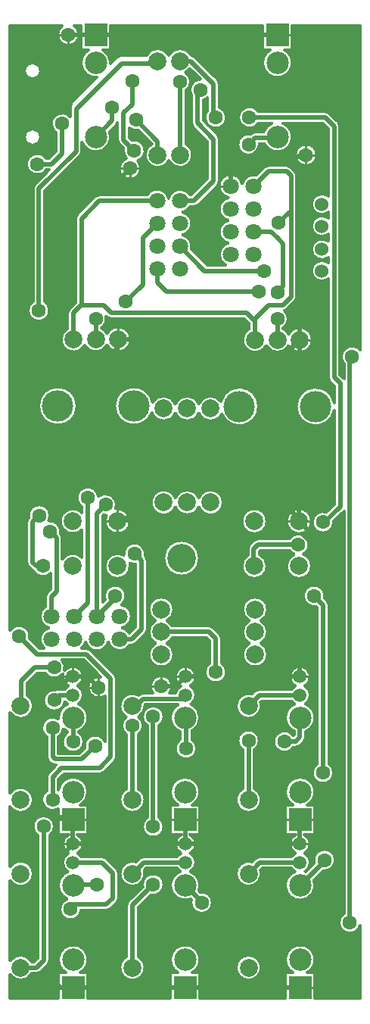
<source format=gbr>
G04 DesignSpark PCB Gerber Version 9.0 Build 5138 *
%FSLAX35Y35*%
%MOMM*%
%ADD72R,2.50000X2.50000*%
%ADD14C,0.25400*%
%ADD13C,0.30480*%
%ADD15C,0.50000*%
%ADD75C,1.50000*%
%ADD18C,1.52400*%
%ADD17C,1.60000*%
%ADD137C,1.80000*%
%ADD19C,2.00000*%
%ADD29C,2.50000*%
%ADD129C,3.20000*%
%ADD73C,3.50000*%
X0Y0D02*
D02*
D13*
X72740Y335950D02*
Y71120D01*
X611640*
Y357840*
X696090*
G75*
G02X777240Y667880I81150J144400*
G01*
G75*
G02X858390Y357840J-165640*
G01*
X942840*
Y71120*
X1864640*
Y357840*
X1949090*
G75*
G02X2030240Y667880I81150J144400*
G01*
G75*
G02X2111390Y357840J-165640*
G01*
X2195840*
Y71120*
X3151640*
Y357840*
X3236090*
G75*
G02X3317240Y667880I81150J144400*
G01*
G75*
G02X3398390Y357840J-165640*
G01*
X3482840*
Y71120*
X3989360*
Y886860*
G75*
G02X3752100Y917740I-116620J30880*
G01*
G75*
G02X3807100Y1018960I120640*
G01*
Y5516770*
X3692970Y5402640*
G75*
G02X3693380Y5392740I-120210J-9940*
G01*
G75*
G02X3452100I-120640*
G01*
G75*
G02X3611620Y5506940I120640*
G01*
X3699600Y5594930*
Y6643990*
G75*
G02X3272600Y6686740I-211360J42750*
G01*
G75*
G02X3699600Y6729490I215640*
G01*
Y6915550*
X3651330Y6963830*
G75*
G02X3632100Y7010240I46410J46420*
G01*
Y8110610*
G75*
G02X3443400Y8202740I-71860J92130*
G01*
G75*
G02X3632100Y8294870I116840*
G01*
Y8350610*
G75*
G02X3443400Y8442740I-71860J92130*
G01*
G75*
G02X3632100Y8534870I116840*
G01*
Y8610610*
G75*
G02X3443400Y8702740I-71860J92130*
G01*
G75*
G02X3632100Y8794870I116840*
G01*
Y8855610*
G75*
G02X3443400Y8947740I-71860J92130*
G01*
G75*
G02X3632100Y9039870I116840*
G01*
Y9790550*
X3570550Y9852100*
X3124590*
G75*
G02X3063240Y9532600I-61350J-153860*
G01*
G75*
G02X2914870Y9624600J165640*
G01*
X2860520*
G75*
G02X2860880Y9615240I-120300J-9310*
G01*
G75*
G02X2619600I-120640*
G01*
G75*
G02X2765400Y9733230I120640*
G01*
X2768830Y9736650*
G75*
G02X2815280Y9755880I46420J-46400*
G01*
X2907950*
G75*
G02X3001890Y9852100I155290J-57640*
G01*
X2848960*
G75*
G02X2627100Y9917740I-101220J65640*
G01*
G75*
G02X2848960Y9983380I120640*
G01*
X3597700*
G75*
G02X3644150Y9964150I30J-65630*
G01*
X3744150Y9864150*
G75*
G02X3763380Y9817740I-46410J-46420*
G01*
Y7037430*
X3807100Y6993710*
Y7163130*
G75*
G02X3777100Y7242740I90640J79610*
G01*
G75*
G02X3989360Y7321220I120640*
G01*
Y10942740*
X3228840*
Y10672640*
X3144390*
G75*
G02X3063240Y10362600I-81150J-144400*
G01*
G75*
G02X2982090Y10672640J165640*
G01*
X2897640*
Y10942740*
X1196840*
Y10672640*
X1112390*
G75*
G02X1196880Y10528240I-81150J-144400*
G01*
G75*
G02X1196650Y10519480I-165610J-30*
G01*
X1271330Y10594150*
G75*
G02X1317780Y10613380I46420J-46400*
G01*
X1598090*
G75*
G02X1847740Y10612700I124650J-65140*
G01*
G75*
G02X2097220Y10613690I125000J-64460*
G01*
G75*
G02X2138650Y10594650I-4990J-65450*
G01*
X2394150Y10339150*
G75*
G02X2413380Y10292740I-46410J-46420*
G01*
Y10031330*
G75*
G02X2493380Y9917740I-40640J-113590*
G01*
G75*
G02X2252100I-120640*
G01*
G75*
G02X2282100Y9997350I120640*
G01*
Y10134350*
G75*
G02X2233380Y10108540I-79350J90890*
G01*
Y9882430*
X2394150Y9721650*
G75*
G02X2413380Y9675240I-46410J-46420*
G01*
Y9202740*
G75*
G02X2394150Y9156330I-65640J10*
G01*
X2176650Y8938830*
G75*
G02X2130200Y8919600I-46420J46400*
G01*
X2086190*
G75*
G02X2003860Y8858240I-112950J65640*
G01*
G75*
G02Y8604240I-30620J-127000*
G01*
G75*
G02X2099520Y8443790I-30610J-126990*
G01*
X2274930Y8268380*
X2484350*
G75*
G02X2511120Y8512740I57390J117360*
G01*
G75*
G02Y8766740I30620J127000*
G01*
G75*
G02X2513670Y9021330I30620J127000*
G01*
G75*
G02X2409600Y9149240I26570J127910*
G01*
G75*
G02X2668150Y9175810I130640*
G01*
G75*
G02X2829190Y9274020I127580J-28060*
G01*
X2916830Y9361650*
G75*
G02X2963280Y9380880I46420J-46400*
G01*
X3165200*
G75*
G02X3211650Y9361650I30J-65630*
G01*
X3261650Y9311650*
G75*
G02X3280880Y9265240I-46410J-46420*
G01*
Y7913240*
G75*
G02X3261650Y7866830I-65640J10*
G01*
X3168650Y7773830*
G75*
G02X3141120Y7757370I-46430J46400*
G01*
G75*
G02X3128880Y7564020I-77880J-92130*
G01*
Y7556120*
G75*
G02X3188240Y7496200I-65630J-124380*
G01*
G75*
G02X3453880Y7431740I125000J-64460*
G01*
G75*
G02X3188240Y7367280I-140640*
G01*
G75*
G02X2938240I-125000J64460*
G01*
G75*
G02X2672600Y7431740I-125000J64460*
G01*
G75*
G02X2747600Y7556120I140640*
G01*
Y7612550*
X2695550Y7664600*
X1205280*
G75*
G02X1158830Y7683830I-30J65630*
G01*
X1148320Y7694330*
G75*
G02X1096880Y7564020I-117080J-29090*
G01*
Y7561120*
G75*
G02X1156240Y7501200I-65630J-124380*
G01*
G75*
G02X1421880Y7436740I125000J-64460*
G01*
G75*
G02X1156240Y7372280I-140640*
G01*
G75*
G02X906240I-125000J64460*
G01*
G75*
G02X640600Y7436740I-125000J64460*
G01*
G75*
G02X715600Y7561120I140640*
G01*
Y7731240*
G75*
G02X734830Y7777650I65640J-10*
G01*
X804600Y7847430*
Y8785240*
G75*
G02X823830Y8831650I65640J-10*
G01*
X1025330Y9033150*
G75*
G02X1071780Y9052380I46420J-46400*
G01*
X1604790*
G75*
G02X1845650Y9013310I112950J-65640*
G01*
G75*
G02X2086190Y9050880I127590J-28070*
G01*
X2103050*
X2282100Y9229930*
Y9648050*
X2121330Y9808830*
G75*
G02X2102100Y9855240I46410J46420*
G01*
Y10158680*
G75*
G02X2201760Y10345900I100640J66560*
G01*
X2084620Y10463030*
G75*
G02X2034020Y10421650I-111900J85210*
G01*
G75*
G02X2038380Y10216520I-61280J-103910*
G01*
Y9622620*
G75*
G02X1972740Y9357600I-65640J-124380*
G01*
G75*
G02X1847740Y9433780J140640*
G01*
G75*
G02X1582100Y9498240I-125000J64460*
G01*
G75*
G02X1657100Y9622620I140640*
G01*
Y9623050*
X1505400Y9774750*
G75*
G02X1405880Y9797740I-25160J117990*
G01*
Y9692430*
X1435080Y9663230*
G75*
G02X1499790Y9431270I25160J-117990*
G01*
G75*
G02X1533380Y9347740I-87050J-83530*
G01*
G75*
G02X1292100I-120640*
G01*
G75*
G02X1373190Y9461710I120640*
G01*
G75*
G02X1342250Y9570400I87070J83530*
G01*
X1293830Y9618830*
G75*
G02X1274600Y9665240I46410J46420*
G01*
Y9857790*
G75*
G02X1259150Y9833330I-61860J21970*
G01*
X1185190Y9759360*
G75*
G02X1031240Y9532600I-153950J-61120*
G01*
G75*
G02X875880Y9640800J165640*
G01*
Y9537740*
G75*
G02X856650Y9491330I-65640J10*
G01*
X458380Y9093050*
Y7861460*
G75*
G02X513380Y7760240I-65640J-101220*
G01*
G75*
G02X272100I-120640*
G01*
G75*
G02X327100Y7861460I120640*
G01*
Y9120240*
G75*
G02X346330Y9166650I65640J-10*
G01*
X509270Y9329600*
X476460*
G75*
G02X254600Y9395240I-101220J65640*
G01*
G75*
G02X476460Y9460880I120640*
G01*
X508050*
X587100Y9539930*
Y9746520*
G75*
G02X532100Y9847740I65640J101220*
G01*
G75*
G02X744600Y9925940I120640*
G01*
Y10040240*
G75*
G02X763830Y10086650I65640J-10*
G01*
X1040000Y10362830*
G75*
G02X1031240Y10362600I-8730J165380*
G01*
G75*
G02X950090Y10672640J165640*
G01*
X865640*
Y10942740*
X790220*
G75*
G02X843380Y10842740I-67480J-100000*
G01*
G75*
G02X602100I-120640*
G01*
G75*
G02X655260Y10942740I120640*
G01*
X72740*
Y4185220*
G75*
G02X290730Y4092580I100000J-67500*
G01*
X399930Y3983380*
X453320*
G75*
G02X505120Y4211740I82420J101360*
G01*
G75*
G02X470100Y4451690I30620J127000*
G01*
Y4560740*
G75*
G02X489330Y4607150I65640J-10*
G01*
X524600Y4642430*
Y4817990*
G75*
G02X335060Y4843760I-84860J85750*
G01*
G75*
G02X315330Y4857330I26710J59960*
G01*
X276330Y4896330*
G75*
G02X257100Y4942740I46410J46420*
G01*
Y5392740*
G75*
G02X276330Y5439150I65640J-10*
G01*
X279750Y5442580*
G75*
G02X277100Y5467740I118010J25150*
G01*
G75*
G02X518380I120640*
G01*
G75*
G02X503850Y5410340I-120640*
G01*
G75*
G02X633230Y5265080I11370J-120120*
G01*
X636650Y5261650*
G75*
G02X655880Y5215240I-46410J-46420*
G01*
Y4981240*
G75*
G02X874600Y5001240I117360J-77500*
G01*
Y5306240*
G75*
G02X632600Y5403740I-101360J97500*
G01*
G75*
G02X874600Y5501240I140640*
G01*
Y5564020*
G75*
G02X819600Y5665240I65640J101220*
G01*
G75*
G02X1059940Y5680270I120640*
G01*
G75*
G02X1251090Y5542620I80290J-90040*
G01*
G75*
G02X1413880Y5403740I22150J-138880*
G01*
G75*
G02X1132600I-140640*
G01*
G75*
G02X1149150Y5469930I140640*
G01*
G75*
G02X1115080Y5472250I-8920J120320*
G01*
X1109380Y5466550*
Y4497210*
X1135550Y4523380*
G75*
G02X1127100Y4567740I112200J44360*
G01*
G75*
G02X1368380I120640*
G01*
G75*
G02X1317830Y4469550I-120640*
G01*
G75*
G02X1325810Y4212330I-18590J-129310*
G01*
G75*
G02X1409520Y4152350I-28070J-127580*
G01*
X1474600Y4217430*
Y4919960*
G75*
G02X1410900Y4932530I-9350J120280*
G01*
G75*
G02X1413880Y4903740I-137670J-28800*
G01*
G75*
G02X1132600I-140640*
G01*
G75*
G02X1345660Y5024300I140640*
G01*
G75*
G02X1344600Y5040240I119610J15960*
G01*
G75*
G02X1585880I120640*
G01*
G75*
G02X1583230Y5015080I-120660J-10*
G01*
X1586650Y5011650*
G75*
G02X1605880Y4965240I-46410J-46420*
G01*
Y4190240*
G75*
G02X1586650Y4143830I-65640J10*
G01*
X1481150Y4038330*
G75*
G02X1434700Y4019100I-46420J46400*
G01*
X1410690*
G75*
G02X1170740Y4054120I-112950J65640*
G01*
G75*
G02X916740I-127000J30620*
G01*
G75*
G02X872160Y3983380I-127010J30620*
G01*
X922700*
G75*
G02X969150Y3964150I30J-65630*
G01*
X1244150Y3689150*
G75*
G02X1263380Y3642740I-46410J-46420*
G01*
Y2767740*
G75*
G02X1244150Y2721330I-65640J10*
G01*
X1119150Y2596330*
G75*
G02X1072700Y2577100I-46420J46400*
G01*
X674930*
X613380Y2515550*
Y2401460*
G75*
G02X942880Y2377240I163860J-24220*
G01*
G75*
G02X858390Y2232840I-165640*
G01*
X942840*
Y1901640*
X820530*
G75*
G02X827510Y1692090I-45280J-106400*
G01*
G75*
G02X870450Y1654570I-52280J-103160*
G01*
X1101510*
G75*
G02X1147960Y1635340I30J-65630*
G01*
X1269150Y1514150*
G75*
G02X1288380Y1467740I-46410J-46420*
G01*
Y1192740*
G75*
G02X1269150Y1146330I-65640J10*
G01*
X1194150Y1071330*
G75*
G02X1147700Y1052100I-46420J46400*
G01*
X867360*
G75*
G02X627100Y1067740I-119620J15640*
G01*
G75*
G02X708150Y1181700I120640*
G01*
G75*
G02X719630Y1487540I69090J150540*
G01*
G75*
G02X722970Y1692090I55610J101390*
G01*
G75*
G02X729940Y1901640I52270J103150*
G01*
X611640*
Y2190410*
G75*
G02X482100Y2393960I-63900J102330*
G01*
Y2542740*
G75*
G02X501330Y2589150I65640J-10*
G01*
X589270Y2677100*
X572780*
G75*
G02X526330Y2696330I-30J65630*
G01*
X501330Y2721330*
G75*
G02X482100Y2767740I46410J46420*
G01*
Y2991520*
G75*
G02X612070Y3194800I65640J101220*
G01*
G75*
G02X611600Y3207240I165180J12470*
G01*
G75*
G02X714490Y3360530I165640*
G01*
G75*
G02X684830Y3386830I60760J98390*
G01*
G75*
G02X444600Y3402740I-119590J15910*
G01*
G75*
G02X595930Y3519410I120640*
G01*
G75*
G02X621470Y3524570I25510J-60460*
G01*
X680040*
G75*
G02X722970Y3562090I95210J-65620*
G01*
G75*
G02X664850Y3699680I52270J103150*
G01*
G75*
G02X464020Y3702100I-99610J68060*
G01*
X374930*
X263380Y3590550*
Y3458370*
G75*
G02X190240Y3197600I-73140J-120130*
G01*
G75*
G02X72740Y3260950J140640*
G01*
Y2365530*
G75*
G02X330880Y2288240I117500J-77290*
G01*
G75*
G02X72740Y2210950I-140640*
G01*
Y1540530*
G75*
G02X330880Y1463240I117500J-77290*
G01*
G75*
G02X72740Y1385950I-140640*
G01*
Y490530*
G75*
G02X314620Y478880I117500J-77290*
G01*
X341050*
X382100Y519930*
Y1889020*
G75*
G02X327100Y1990240I65640J101220*
G01*
G75*
G02X568380I120640*
G01*
G75*
G02X513380Y1889020I-120640*
G01*
Y492740*
G75*
G02X494150Y446330I-65640J10*
G01*
X414650Y366830*
G75*
G02X368200Y347600I-46420J46400*
G01*
X314620*
G75*
G02X72740Y335950I-124380J65640*
G01*
X3164600Y5403740D02*
G75*
G02X3445880I140640D01*
G01*
G75*
G02X3305930Y5263100I-140640*
G01*
G75*
G02X3353590Y5035810I-8190J-120360*
G01*
G75*
G02X3445880Y4903740I-48350J-132070*
G01*
G75*
G02X3164600I-140640*
G01*
G75*
G02X3248700Y5032520I140640*
G01*
G75*
G02X3196520Y5077100I49030J110220*
G01*
X2874930*
X2863380Y5065550*
Y5031800*
G75*
G02X2945880Y4903740I-58140J-128060*
G01*
G75*
G02X2664600I-140640*
G01*
G75*
G02X2732100Y5023870I140640*
G01*
Y5092740*
G75*
G02X2751330Y5139150I65640J-10*
G01*
X2801330Y5189150*
G75*
G02X2847780Y5208380I46420J-46400*
G01*
X3196520*
G75*
G02X3296480Y5263370I101220J-65650*
G01*
G75*
G02X3164600Y5403740I8760J140370*
G01*
X3377550Y3361510D02*
G75*
G02X3380880Y3054310I-60310J-154270D01*
G01*
Y2990240*
G75*
G02X3361650Y2943830I-65640J10*
G01*
X3311650Y2893830*
G75*
G02X3265200Y2874600I-46420J46400*
G01*
X3241460*
G75*
G02X3019600Y2940240I-101220J65640*
G01*
G75*
G02X3240100Y3007930I120640*
G01*
X3249600Y3017430*
Y3056040*
G75*
G02X3254490Y3360530I67640J151200*
G01*
G75*
G02X3220040Y3393290I60760J98390*
G01*
X2888120*
X2874610Y3379780*
G75*
G02X2740240Y3197600I-134370J-41540*
G01*
G75*
G02X2599600Y3338240J140640*
G01*
G75*
G02X2781780Y3472610I140650J-10*
G01*
X2814520Y3505340*
G75*
G02X2860970Y3524570I46420J-46400*
G01*
X3220040*
G75*
G02X3262970Y3562090I95210J-65620*
G01*
G75*
G02X3315240Y3780880I52270J103150*
G01*
G75*
G02X3367510Y3562090I10J-115640*
G01*
G75*
G02X3377550Y3361510I-52270J-103160*
G01*
X3638380Y2693960D02*
G75*
G02X3693380Y2592740I-65640J-101220D01*
G01*
G75*
G02X3452100I-120640*
G01*
G75*
G02X3507100Y2693960I120640*
G01*
Y4440550*
X3497900Y4449750*
G75*
G02X3352100Y4567740I-25160J117990*
G01*
G75*
G02X3593380I120640*
G01*
G75*
G02X3590730Y4542580I-120660J-10*
G01*
X3619150Y4514150*
G75*
G02X3638380Y4467740I-46410J-46420*
G01*
Y2693960*
X3469600Y1615240D02*
G75*
G02X3710880I120640D01*
G01*
G75*
G02X3573580Y1495760I-120640*
G01*
X3471190Y1393360*
G75*
G02X3317240Y1166600I-153950J-61120*
G01*
G75*
G02X3259630Y1487540J165640*
G01*
G75*
G02X3220040Y1523290I55610J101380*
G01*
X2893120*
X2874610Y1504780*
G75*
G02X2740240Y1322600I-134370J-41540*
G01*
G75*
G02X2599600Y1463240J140640*
G01*
G75*
G02X2781780Y1597610I140650J-10*
G01*
X2819520Y1635340*
G75*
G02X2865970Y1654570I46420J-46400*
G01*
X3220040*
G75*
G02X3262970Y1692090I95210J-65620*
G01*
G75*
G02X3269940Y1901640I52270J103150*
G01*
X3151640*
Y2232840*
X3236090*
G75*
G02X3317240Y2542880I81150J144400*
G01*
G75*
G02X3398390Y2232840J-165640*
G01*
X3482840*
Y1901640*
X3360540*
G75*
G02X3367500Y1692090I-45300J-106400*
G01*
G75*
G02X3372420Y1488420I-52260J-103160*
G01*
G75*
G02X3378360Y1486190I-55260J-156220*
G01*
X3474250Y1582080*
G75*
G02X3469600Y1615240I115980J33170*
G01*
X2805880Y2412620D02*
G75*
G02X2740240Y2147600I-65640J-124380D01*
G01*
G75*
G02X2674600Y2412620J140640*
G01*
Y2848520*
G75*
G02X2619600Y2949740I65640J101220*
G01*
G75*
G02X2860880I120640*
G01*
G75*
G02X2805880Y2848520I-120640*
G01*
Y2412620*
X2672600Y4415240D02*
G75*
G02X2953880I140640D01*
G01*
G75*
G02X2877700Y4290240I-140640*
G01*
G75*
G02Y4040240I-64460J-125000*
G01*
G75*
G02X2953880Y3915240I-64460J-125000*
G01*
G75*
G02X2672600I-140640*
G01*
G75*
G02X2748780Y4040240I140640*
G01*
G75*
G02Y4290240I64460J125000*
G01*
G75*
G02X2672600Y4415240I64460J125000*
G01*
X2430350Y6744040D02*
G75*
G02X2853880Y6686740I207890J-57300D01*
G01*
G75*
G02X2440840Y6599950I-215640*
G01*
G75*
G02X2183990Y6612710I-125600J63290*
G01*
G75*
G02X1921490I-131250J50530*
G01*
G75*
G02X1657950Y6615500I-131250J50530*
G01*
G75*
G02X1240600Y6691740I-201710J76240*
G01*
G75*
G02X1667950Y6732710I215640*
G01*
G75*
G02X1921490Y6713770I122290J-69470*
G01*
G75*
G02X2183990I131250J-50530*
G01*
G75*
G02X2430350Y6744040I131250J-50530*
G01*
X2740240Y553880D02*
G75*
G02X2880880Y413240J-140640D01*
G01*
G75*
G02X2740240Y272600I-140640*
G01*
G75*
G02X2599600Y413240J140640*
G01*
G75*
G02X2740240Y553880I140640*
G01*
X2664600Y5403740D02*
G75*
G02X2945880I140640D01*
G01*
G75*
G02X2664600I-140640*
G01*
X2438380Y3818960D02*
G75*
G02X2493380Y3717740I-65640J-101220D01*
G01*
G75*
G02X2252100I-120640*
G01*
G75*
G02X2307100Y3818960I120640*
G01*
Y4065550*
X2270550Y4102100*
X1888910*
G75*
G02X1827700Y4040240I-125670J63140*
G01*
G75*
G02X1903880Y3915240I-64460J-125000*
G01*
G75*
G02X1622600I-140640*
G01*
G75*
G02X1698780Y4040240I140640*
G01*
G75*
G02Y4290240I64460J125000*
G01*
G75*
G02X1622600Y4415240I64460J125000*
G01*
G75*
G02X1903880I140640*
G01*
G75*
G02X1827700Y4290240I-140640*
G01*
G75*
G02X1886270Y4233380I-64460J-124990*
G01*
X2297700*
G75*
G02X2344150Y4214150I30J-65630*
G01*
X2419150Y4139150*
G75*
G02X2438380Y4092740I-46410J-46420*
G01*
Y3818960*
X2094770Y3359790D02*
G75*
G02X2105880Y3059880I-64530J-152550D01*
G01*
Y2966460*
G75*
G02X2160880Y2865240I-65640J-101220*
G01*
G75*
G02X1919600I-120640*
G01*
G75*
G02X1974600Y2966460I120640*
G01*
Y3051220*
G75*
G02X1949910Y3352100I55640J156020*
G01*
X1588120*
X1580730Y3344710*
G75*
G02X1510040Y3216140I-140490J-6470*
G01*
G75*
G02X1505880Y3016520I-69800J-98400*
G01*
Y2412620*
G75*
G02X1440240Y2147600I-65640J-124380*
G01*
G75*
G02X1374600Y2412620J140640*
G01*
Y3016520*
G75*
G02X1370450Y3216140I65640J101220*
G01*
G75*
G02X1440240Y3478880I69790J122100*
G01*
G75*
G02X1510460Y3460100I10J-140650*
G01*
X1514520Y3464150*
G75*
G02X1560970Y3483380I46420J-46400*
G01*
X1667740*
G75*
G02X1642100Y3557740I95000J74360*
G01*
G75*
G02X1883380I120640*
G01*
G75*
G02X1857740Y3483380I-120640*
G01*
X1922210*
G75*
G02X1982970Y3562090I113030J-24450*
G01*
G75*
G02X2035240Y3780880I52270J103150*
G01*
G75*
G02X2087510Y3562090I10J-115640*
G01*
G75*
G02X2094770Y3359790I-52270J-103160*
G01*
X2195980Y1259330D02*
G75*
G02X2335880Y1140240I19260J-119090D01*
G01*
G75*
G02X2094600I-120640*
G01*
G75*
G02X2098600Y1171050I120640*
G01*
X2091360Y1178290*
G75*
G02X1864600Y1332240I-61120J153950*
G01*
G75*
G02X1976930Y1489070I165640*
G01*
G75*
G02X1940040Y1523290I58310J99850*
G01*
X1593120*
X1574610Y1504780*
G75*
G02X1440240Y1322600I-134370J-41540*
G01*
G75*
G02X1299600Y1463240J140640*
G01*
G75*
G02X1481780Y1597610I140650J-10*
G01*
X1519520Y1635340*
G75*
G02X1565970Y1654570I46420J-46400*
G01*
X1940040*
G75*
G02X1982970Y1692090I95210J-65620*
G01*
G75*
G02X1989940Y1901640I52270J103150*
G01*
X1864640*
Y2232840*
X1949090*
G75*
G02X2030240Y2542880I81150J144400*
G01*
G75*
G02X2111390Y2232840J-165640*
G01*
X2195840*
Y1901640*
X2080540*
G75*
G02X2087500Y1692090I-45300J-106400*
G01*
G75*
G02X2089620Y1486870I-52260J-103160*
G01*
G75*
G02X2184190Y1271120I-59380J-154630*
G01*
X2195980Y1259330*
X1552100Y1342740D02*
G75*
G02X1793380I120640D01*
G01*
G75*
G02X1647580Y1224750I-120640*
G01*
X1505880Y1083050*
Y537620*
G75*
G02X1440240Y272600I-65640J-124380*
G01*
G75*
G02X1374600Y537620J140640*
G01*
Y1110240*
G75*
G02X1393830Y1156650I65640J-10*
G01*
X1554750Y1317580*
G75*
G02X1552100Y1342740I118010J25150*
G01*
Y3217740D02*
G75*
G02X1793380I120640D01*
G01*
G75*
G02X1738380Y3116520I-120640*
G01*
Y2091460*
G75*
G02X1793380Y1990240I-65640J-101220*
G01*
G75*
G02X1552100I-120640*
G01*
G75*
G02X1607100Y2091460I120640*
G01*
Y3116520*
G75*
G02X1552100Y3217740I65640J101220*
G01*
X2183990Y5663770D02*
G75*
G02X2455880Y5613240I131250J-50530D01*
G01*
G75*
G02X2183990Y5562710I-140640*
G01*
G75*
G02X1921490I-131250J50530*
G01*
G75*
G02X1649600Y5613240I-131250J50530*
G01*
G75*
G02X1921490Y5663770I140640*
G01*
G75*
G02X2183990I131250J-50530*
G01*
X1789600Y4990240D02*
G75*
G02X2190880I200640D01*
G01*
G75*
G02X1789600I-200640*
G01*
X390600Y6691740D02*
G75*
G02X821880I215640D01*
G01*
G75*
G02X390600I-215640*
G01*
X232100Y9697740D02*
G75*
G02X413380I90640D01*
G01*
G75*
G02X232100I-90640*
G01*
Y10437740D02*
G75*
G02X413380I90640D01*
G01*
G75*
G02X232100I-90640*
G01*
X3262100Y9497740D02*
G75*
G02X3503380I120640D01*
G01*
G75*
G02X3262100I-120640*
G01*
X87980Y316680D02*
G36*
Y86360D01*
X611640*
Y357840*
X696090*
G75*
G02X637540Y413240I81150J144410*
G01*
X461060*
X414650Y366830*
G75*
G02X368200Y347600I-46410J46390*
G01*
X314620*
G75*
G02X87980Y316680I-124380J65630*
G01*
G37*
X916940Y413240D02*
G36*
G75*
G02X858390Y357840I-139700J89010D01*
G01*
X942840*
Y86360*
X1864640*
Y357840*
X1949090*
G75*
G02X1890540Y413240I81150J144410*
G01*
X1580870*
G75*
G02X1440240Y272600I-140630*
G01*
G75*
G02X1299610Y413240J140640*
G01*
X916940*
G37*
X2169940D02*
G36*
G75*
G02X2111390Y357840I-139700J89010D01*
G01*
X2195840*
Y86360*
X3151640*
Y357840*
X3236090*
G75*
G02X3177540Y413240I81150J144410*
G01*
X2880880*
G75*
G02Y413230I-190990*
G01*
G75*
G02X2740240Y272600I-140640*
G01*
G75*
G02X2599600Y413230J140630*
G01*
G75*
G02Y413240I190990J10*
G01*
X2169940*
G37*
X3456940D02*
G36*
G75*
G02X3398390Y357840I-139700J89010D01*
G01*
X3482840*
Y86360*
X3974120*
Y413240*
X3456940*
G37*
X87980Y1366690D02*
G36*
Y509800D01*
G75*
G02X314620Y478880I102260J-96550*
G01*
X341050*
X382100Y519930*
Y1854740*
X87980*
Y1559790*
G75*
G02X330880Y1463240I102260J-96550*
G01*
G75*
G02X87980Y1366690I-140640*
G01*
G37*
X494150Y446330D02*
G36*
X461060Y413240D01*
X637540*
G75*
G02X611600Y502240I139700J89000*
G01*
G75*
G02X777240Y667880I165640*
G01*
G75*
G02X942880Y502240J-165640*
G01*
G75*
G02X916940Y413240I-165640*
G01*
X1299610*
G75*
G02X1374600Y537620I140640*
G01*
Y1110240*
G75*
G02X1393830Y1156650I65630J-10*
G01*
X1554750Y1317580*
G75*
G02X1552100Y1342660I117350J25080*
G01*
G75*
G02Y1342740I117530J40*
G01*
G75*
G02X1793380I120640*
G01*
G75*
G02X1647580Y1224750I-120640*
G01*
X1505880Y1083050*
Y537620*
G75*
G02X1580870Y413240I-65650J-124380*
G01*
X1890540*
G75*
G02X1864600Y502240I139700J89000*
G01*
G75*
G02X2030240Y667880I165640*
G01*
G75*
G02X2195880Y502240J-165640*
G01*
G75*
G02X2169940Y413240I-165640*
G01*
X2599600*
G75*
G02Y413250I190990J10*
G01*
G75*
G02X2740240Y553880I140640*
G01*
G75*
G02X2880880Y413250J-140630*
G01*
G75*
G02Y413240I-190990*
G01*
X3177540*
G75*
G02X3151600Y502240I139700J89000*
G01*
G75*
G02X3317240Y667880I165640*
G01*
G75*
G02X3482880Y502240J-165640*
G01*
G75*
G02X3456940Y413240I-165640*
G01*
X3974120*
Y852350*
G75*
G02X3752100Y917740I-101380J65390*
G01*
G75*
G02X3807100Y1018960I120650*
G01*
Y1854740*
X3414390*
G75*
G02X3430870Y1795240I-99170J-59500*
G01*
G75*
G02X3367500Y1692090I-115640*
G01*
G75*
G02X3430870Y1588930I-52280J-103160*
G01*
G75*
G02X3372420Y1488420I-115640*
G01*
G75*
G02X3378360Y1486190I-62750J-176170*
G01*
X3474250Y1582080*
G75*
G02X3469600Y1615240I116140J33190*
G01*
G75*
G02X3710880I120640*
G01*
G75*
G02X3573580Y1495760I-120640*
G01*
X3471190Y1393360*
G75*
G02X3482880Y1332240I-153950J-61120*
G01*
G75*
G02X3317240Y1166600I-165640*
G01*
G75*
G02X3151600Y1332240J165640*
G01*
G75*
G02X3259630Y1487540I165640*
G01*
G75*
G02X3220040Y1523290I55670J101450*
G01*
X2893120*
X2874610Y1504780*
G75*
G02X2880890Y1463240I-134370J-41560*
G01*
G75*
G02X2740240Y1322600I-140650*
G01*
G75*
G02X2599600Y1463230J140630*
G01*
G75*
G02Y1463240I190990J10*
G01*
G75*
G02X2781780Y1597610I140650J-10*
G01*
X2819520Y1635340*
G75*
G02X2865970Y1654570I46410J-46390*
G01*
X3220040*
G75*
G02X3262970Y1692090I95220J-65630*
G01*
G75*
G02X3199600Y1795240I52260J103150*
G01*
G75*
G02X3216080Y1854740I115640*
G01*
X2134390*
G75*
G02X2150870Y1795240I-99170J-59500*
G01*
G75*
G02X2087500Y1692090I-115640*
G01*
G75*
G02X2150890Y1588930I-52250J-103160*
G01*
G75*
G02X2089620Y1486870I-115640*
G01*
G75*
G02X2195880Y1332240I-59390J-154640*
G01*
G75*
G02X2184190Y1271120I-165670J10*
G01*
X2195980Y1259330*
G75*
G02X2335880Y1140240I19260J-119090*
G01*
G75*
G02X2094600I-120640*
G01*
G75*
G02Y1140300I132220J30*
G01*
G75*
G02X2098600Y1171050I120220*
G01*
X2091360Y1178290*
G75*
G02X1864600Y1332240I-61120J153950*
G01*
G75*
G02X1976930Y1489070I165660J-10*
G01*
G75*
G02X1940040Y1523290I58310J99860*
G01*
X1593120*
X1574610Y1504780*
G75*
G02X1580890Y1463240I-134370J-41560*
G01*
G75*
G02X1440240Y1322600I-140650*
G01*
G75*
G02X1299600Y1463230J140630*
G01*
G75*
G02Y1463240I190990J10*
G01*
G75*
G02X1481780Y1597610I140650J-10*
G01*
X1519520Y1635340*
G75*
G02X1565970Y1654570I46410J-46390*
G01*
X1940040*
G75*
G02X1982970Y1692090I95220J-65630*
G01*
G75*
G02X1919600Y1795240I52260J103150*
G01*
G75*
G02X1936080Y1854740I115640*
G01*
X874400*
G75*
G02X890880Y1795240I-99160J-59500*
G01*
G75*
G02X827510Y1692090I-115630*
G01*
G75*
G02X870450Y1654570I-52230J-103100*
G01*
X1101510*
G75*
G02X1147960Y1635340I40J-65620*
G01*
X1269150Y1514150*
G75*
G02X1288380Y1467740I-46400J-46420*
G01*
Y1192740*
G75*
G02X1269150Y1146330I-65630J10*
G01*
X1194150Y1071330*
G75*
G02X1147700Y1052100I-46410J46390*
G01*
X867360*
G75*
G02X627100Y1067740I-119620J15650*
G01*
G75*
G02X708150Y1181700I120650J-10*
G01*
G75*
G02X611600Y1332240I69090J150540*
G01*
G75*
G02X719630Y1487540I165650*
G01*
G75*
G02X659590Y1588930I55600J101400*
G01*
G75*
G02X722970Y1692090I115650*
G01*
G75*
G02X659600Y1795240I52260J103150*
G01*
G75*
G02X676080Y1854740I115640*
G01*
X513380*
Y492740*
G75*
G02X494150Y446330I-65630J10*
G01*
G37*
X87980Y2191690D02*
G36*
Y1854740D01*
X382100*
Y1889020*
G75*
G02X327100Y1990240I65650J101220*
G01*
G75*
G02X568380I120640*
G01*
G75*
G02X513380Y1889020I-120650*
G01*
Y1854740*
X676080*
G75*
G02X729940Y1901640I99160J-59490*
G01*
X611640*
Y2190410*
G75*
G02X427100Y2292740I-63900J102330*
G01*
G75*
G02X482100Y2393960I120640*
G01*
Y2542740*
G75*
G02X501330Y2589150I65630J-10*
G01*
X521170Y2608990*
X87980*
Y2384790*
G75*
G02X330880Y2288240I102260J-96550*
G01*
G75*
G02X87980Y2191690I-140640*
G01*
G37*
X613380Y2515550D02*
G36*
Y2401460D01*
G75*
G02X942880Y2377240I163860J-24230*
G01*
G75*
G02Y2377230I-143240*
G01*
G75*
G02X858390Y2232840I-165620*
G01*
X942840*
Y1901640*
X820530*
G75*
G02X874400Y1854740I-45280J-106400*
G01*
X1936080*
G75*
G02X1989940Y1901640I99160J-59490*
G01*
X1864640*
Y2232840*
X1949090*
G75*
G02X1864600Y2377240I81150J144400*
G01*
G75*
G02X2030240Y2542880I165640*
G01*
G75*
G02X2195880Y2377240J-165640*
G01*
G75*
G02X2111390Y2232840I-165640*
G01*
X2195840*
Y1901640*
X2080540*
G75*
G02X2134390Y1854740I-45310J-106390*
G01*
X3216080*
G75*
G02X3269940Y1901640I99160J-59490*
G01*
X3151640*
Y2232840*
X3236090*
G75*
G02X3151600Y2377240I81150J144400*
G01*
G75*
G02X3317240Y2542880I165640*
G01*
G75*
G02X3482880Y2377240J-165640*
G01*
G75*
G02X3398390Y2232840I-165640*
G01*
X3482840*
Y1901640*
X3360540*
G75*
G02X3414390Y1854740I-45310J-106390*
G01*
X3807100*
Y2608990*
X3692280*
G75*
G02X3693380Y2592740I-119560J-16260*
G01*
G75*
G02X3452100I-120640*
G01*
G75*
G02X3453200Y2608990I120660J-10*
G01*
X2805880*
Y2412620*
G75*
G02X2880870Y2288240I-65650J-124380*
G01*
G75*
G02X2740240Y2147600I-140630*
G01*
G75*
G02X2599610Y2288240J140640*
G01*
G75*
G02X2674600Y2412620I140640*
G01*
Y2608990*
X1738380*
Y2091460*
G75*
G02X1793380Y1990240I-65650J-101220*
G01*
G75*
G02X1552100I-120640*
G01*
G75*
G02X1607100Y2091460I120650*
G01*
Y2608990*
X1505880*
Y2412620*
G75*
G02X1580870Y2288240I-65650J-124380*
G01*
G75*
G02X1440240Y2147600I-140630*
G01*
G75*
G02X1299610Y2288240J140640*
G01*
G75*
G02X1374600Y2412620I140640*
G01*
Y2608990*
X1131810*
X1119150Y2596330*
G75*
G02X1072700Y2577100I-46410J46390*
G01*
X674930*
X613380Y2515550*
G37*
X87980Y3241690D02*
G36*
Y2608990D01*
X521170*
X589270Y2677100*
X572780*
G75*
G02X526330Y2696330I-40J65620*
G01*
X501330Y2721330*
G75*
G02X482100Y2767740I46400J46420*
G01*
Y2991520*
G75*
G02X427100Y3092740I65640J101220*
G01*
G75*
G02X612070Y3194800I120640*
G01*
G75*
G02X611600Y3207240I167630J12560*
G01*
G75*
G02X640180Y3300240I165650J-10*
G01*
X628870*
G75*
G02X501610I-63630J102500*
G01*
X325650*
G75*
G02X190240Y3197600I-135410J38000*
G01*
G75*
G02X87980Y3241690I10J140650*
G01*
G37*
X1244150Y2721330D02*
G36*
X1131810Y2608990D01*
X1374600*
Y3016520*
G75*
G02X1319600Y3117740I65650J101220*
G01*
G75*
G02X1370450Y3216140I120640J-10*
G01*
G75*
G02X1304830Y3300240I69790J122100*
G01*
X1263380*
Y2767740*
G75*
G02X1244150Y2721330I-65630J10*
G01*
G37*
X1505880Y3016520D02*
G36*
Y2608990D01*
X1607100*
Y3116520*
G75*
G02X1552100Y3217740I65650J101220*
G01*
G75*
G02X1584720Y3300240I120640*
G01*
X1575650*
G75*
G02X1510040Y3216140I-135420J38000*
G01*
G75*
G02X1560890Y3117740I-69790J-98400*
G01*
G75*
G02X1505880Y3016520I-120640*
G01*
G37*
X1738380Y3116520D02*
G36*
Y2608990D01*
X2674600*
Y2848520*
G75*
G02X2619600Y2949740I65650J101220*
G01*
G75*
G02X2860880I120640*
G01*
G75*
G02X2805880Y2848520I-120650*
G01*
Y2608990*
X3453200*
G75*
G02X3507100Y2693960I119550J-16260*
G01*
Y3300240*
X3454310*
G75*
G02X3482880Y3207240I-137070J-93000*
G01*
G75*
G02X3380880Y3054310I-165650*
G01*
Y2990240*
G75*
G02X3361650Y2943830I-65630J10*
G01*
X3311650Y2893830*
G75*
G02X3265200Y2874600I-46410J46390*
G01*
X3241460*
G75*
G02X3019600Y2940240I-101220J65640*
G01*
G75*
G02X3240100Y3007930I120640*
G01*
X3249600Y3017430*
Y3056040*
G75*
G02X3151600Y3207240I67640J151200*
G01*
G75*
G02X3180170Y3300240I165630J10*
G01*
X2875650*
G75*
G02X2740240Y3197600I-135410J38000*
G01*
G75*
G02X2604830Y3300240I-10J140630*
G01*
X2167300*
G75*
G02X2195870Y3207240I-137070J-93000*
G01*
G75*
G02X2105880Y3059880I-165640*
G01*
Y2966460*
G75*
G02X2160880Y2865240I-65650J-101220*
G01*
G75*
G02X1919600I-120640*
G01*
G75*
G02X1974600Y2966460I120650*
G01*
Y3051220*
G75*
G02X1864590Y3207240I55640J156020*
G01*
G75*
G02X1893170Y3300240I165650J-10*
G01*
X1760760*
G75*
G02X1793380Y3217740I-88020J-82500*
G01*
G75*
G02X1738380Y3116520I-120650*
G01*
G37*
X3638380Y3300240D02*
G36*
Y2693960D01*
G75*
G02X3692280Y2608990I-65650J-101230*
G01*
X3807100*
Y3300240*
X3638380*
G37*
X263380Y3590550D02*
G36*
Y3458370D01*
G75*
G02X330890Y3338240I-73140J-120130*
G01*
G75*
G02X325650Y3300240I-140650J30*
G01*
X501610*
G75*
G02X444600Y3402740I63630J102500*
G01*
G75*
G02X595930Y3519410I120640*
G01*
G75*
G02X621470Y3524570I25510J-60470*
G01*
X680040*
G75*
G02X722970Y3562090I95220J-65630*
G01*
G75*
G02X659600Y3665240I52280J103160*
G01*
G75*
G02X664850Y3699680I115670J-10*
G01*
G75*
G02X464020Y3702100I-99610J68070*
G01*
X374930*
X263380Y3590550*
G37*
X293380Y4117730D02*
G36*
G75*
G02X290730Y4092580I-120670D01*
G01*
X399930Y3983380*
X453320*
G75*
G02X405100Y4084740I82430J101360*
G01*
G75*
G02X432850Y4165240I130640*
G01*
X283630*
G75*
G02X293380Y4117730I-110890J-47510*
G01*
G37*
X628870Y3300240D02*
G36*
X640180D01*
G75*
G02X714490Y3360530I137070J-93000*
G01*
G75*
G02X684830Y3386830I60630J98250*
G01*
G75*
G02X628870Y3300240I-119590J15910*
G01*
G37*
X916740Y4054120D02*
G36*
G75*
G02X872160Y3983380I-127060J30660D01*
G01*
X922700*
G75*
G02X969150Y3964150I40J-65620*
G01*
X1244150Y3689150*
G75*
G02X1263380Y3642740I-46400J-46420*
G01*
Y3300240*
X1304830*
G75*
G02X1299600Y3338240I135410J38000*
G01*
G75*
G02X1440240Y3478880I140640*
G01*
G75*
G02X1510460Y3460100I-40J-140810*
G01*
X1514520Y3464150*
G75*
G02X1560970Y3483380I46410J-46390*
G01*
X1667740*
G75*
G02X1642100Y3557740I95010J74360*
G01*
G75*
G02X1883380I120640*
G01*
G75*
G02X1857740Y3483380I-120650*
G01*
X1922210*
G75*
G02X1982970Y3562090I113030J-24450*
G01*
G75*
G02X1919600Y3665240I52270J103150*
G01*
G75*
G02X2035240Y3780880I115640*
G01*
G75*
G02X2150880Y3665240J-115640*
G01*
G75*
G02X2087510Y3562090I-115630*
G01*
G75*
G02X2150880Y3458930I-52270J-103150*
G01*
G75*
G02X2094770Y3359790I-115640*
G01*
G75*
G02X2167300Y3300240I-64540J-152550*
G01*
X2604830*
G75*
G02X2599600Y3338230I135400J37990*
G01*
G75*
G02Y3338240I190990J10*
G01*
G75*
G02X2781780Y3472610I140650J-10*
G01*
X2814520Y3505340*
G75*
G02X2860970Y3524570I46410J-46390*
G01*
X3220040*
G75*
G02X3262970Y3562090I95220J-65630*
G01*
G75*
G02X3199600Y3665240I52270J103150*
G01*
G75*
G02X3315240Y3780880I115640*
G01*
G75*
G02X3430880Y3665240J-115640*
G01*
G75*
G02X3367510Y3562090I-115630*
G01*
G75*
G02X3430880Y3458930I-52280J-103160*
G01*
G75*
G02X3377550Y3361510I-115640*
G01*
G75*
G02X3454310Y3300240I-60310J-154280*
G01*
X3507100*
Y4165240*
X2953880*
G75*
G02X2877700Y4040240I-140640*
G01*
G75*
G02X2953880Y3915250I-64440J-124990*
G01*
G75*
G02Y3915240I-114590*
G01*
G75*
G02X2672600I-140640*
G01*
G75*
G02Y3915250I114590J10*
G01*
G75*
G02X2748780Y4040240I140620*
G01*
G75*
G02X2672600Y4165240I64460J125000*
G01*
X2393060*
X2419150Y4139150*
G75*
G02X2438380Y4092740I-46400J-46420*
G01*
Y3818960*
G75*
G02X2493380Y3717740I-65650J-101220*
G01*
G75*
G02X2252100I-120640*
G01*
G75*
G02X2307100Y3818960I120650*
G01*
Y4065550*
X2270550Y4102100*
X1888910*
G75*
G02X1827700Y4040240I-125710J63170*
G01*
G75*
G02X1903880Y3915250I-64440J-124990*
G01*
G75*
G02Y3915240I-114590*
G01*
G75*
G02X1622600I-140640*
G01*
G75*
G02Y3915250I114590J10*
G01*
G75*
G02X1698780Y4040240I140620*
G01*
G75*
G02X1622600Y4165240I64460J125000*
G01*
X1600930*
G75*
G02X1586650Y4143830I-60680J25010*
G01*
X1481150Y4038330*
G75*
G02X1434700Y4019100I-46410J46390*
G01*
X1410690*
G75*
G02X1170740Y4054120I-112950J65640*
G01*
G75*
G02X916740I-127000J30620*
G01*
G37*
X1400630Y4165240D02*
G36*
G75*
G02X1409520Y4152350I-102900J-80480D01*
G01*
X1422410Y4165240*
X1400630*
G37*
X1580880Y3338240D02*
G36*
G75*
G02X1575650Y3300240I-140650D01*
G01*
X1584720*
G75*
G02X1760760I88020J-82500*
G01*
X1893170*
G75*
G02X1949910Y3352100I137070J-93000*
G01*
X1588120*
X1580730Y3344710*
G75*
G02X1580880Y3338240I-140530J-6490*
G01*
G37*
X2880890D02*
G36*
G75*
G02X2875650Y3300240I-140650J30D01*
G01*
X3180170*
G75*
G02X3254490Y3360530I137060J-93010*
G01*
G75*
G02X3220040Y3393290I60680J98300*
G01*
X2888120*
X2874610Y3379780*
G75*
G02X2880890Y3338240I-134370J-41560*
G01*
G37*
X3638380Y4165240D02*
G36*
Y3300240D01*
X3807100*
Y4165240*
X3638380*
G37*
X87980Y5153740D02*
G36*
Y4203580D01*
G75*
G02X283630Y4165240I84760J-85860*
G01*
X432850*
G75*
G02X505120Y4211740I102890J-80510*
G01*
G75*
G02X405100Y4338740I30620J127000*
G01*
G75*
G02X470100Y4451690I130640*
G01*
Y4560740*
G75*
G02X489330Y4607150I65630J-10*
G01*
X524600Y4642430*
Y4817990*
G75*
G02X335060Y4843760I-84860J85760*
G01*
G75*
G02X315330Y4857330I26760J60030*
G01*
X276330Y4896330*
G75*
G02X257100Y4942740I46400J46420*
G01*
Y5153740*
X87980*
G37*
X655880D02*
G36*
Y4981240D01*
G75*
G02X874600Y5001240I117360J-77490*
G01*
Y5153740*
X655880*
G37*
X1109380D02*
G36*
Y4497210D01*
X1135550Y4523380*
G75*
G02X1127100Y4567720I112120J44340*
G01*
G75*
G02Y4567740I163700J10*
G01*
G75*
G02X1368380I120640*
G01*
G75*
G02X1317830Y4469550I-120640*
G01*
G75*
G02X1429880Y4340240I-18590J-129310*
G01*
G75*
G02X1325810Y4212330I-130640*
G01*
G75*
G02X1400630Y4165240I-28070J-127590*
G01*
X1422410*
X1474600Y4217430*
Y4919960*
G75*
G02X1410900Y4932530I-9350J120310*
G01*
G75*
G02X1413880Y4903740I-138190J-28850*
G01*
G75*
G02X1132600I-140640*
G01*
G75*
G02X1345660Y5024300I140640J-10*
G01*
G75*
G02X1344600Y5040240I121430J16080*
G01*
G75*
G02X1424350Y5153740I120640*
G01*
X1109380*
G37*
X1506130D02*
G36*
G75*
G02X1585880Y5040240I-40890J-113500D01*
G01*
G75*
G02Y5040160I-117530J-40*
G01*
G75*
G02X1583230Y5015080I-120000*
G01*
X1586650Y5011650*
G75*
G02X1605880Y4965240I-46400J-46420*
G01*
Y4190240*
G75*
G02X1600930Y4165240I-65640J10*
G01*
X1622600*
G75*
G02X1698780Y4290240I140640*
G01*
G75*
G02X1622600Y4415230I64440J124990*
G01*
G75*
G02Y4415240I114590J10*
G01*
G75*
G02X1903880I140640*
G01*
G75*
G02Y4415230I-114590*
G01*
G75*
G02X1827700Y4290240I-140620*
G01*
G75*
G02X1886270Y4233380I-64510J-125050*
G01*
X2297700*
G75*
G02X2344150Y4214150I40J-65620*
G01*
X2393060Y4165240*
X2672600*
G75*
G02X2748780Y4290240I140640*
G01*
G75*
G02X2672600Y4415230I64440J124990*
G01*
G75*
G02Y4415240I114590J10*
G01*
G75*
G02X2953880I140640*
G01*
G75*
G02Y4415230I-114590*
G01*
G75*
G02X2877700Y4290240I-140620*
G01*
G75*
G02X2953880Y4165240I-64460J-125000*
G01*
X3507100*
Y4440550*
X3497900Y4449750*
G75*
G02X3352100Y4567740I-25160J117990*
G01*
G75*
G02X3593380I120640*
G01*
G75*
G02Y4567660I-117530J-40*
G01*
G75*
G02X3590730Y4542580I-120000*
G01*
X3619150Y4514150*
G75*
G02X3638380Y4467740I-46400J-46420*
G01*
Y4165240*
X3807100*
Y5153740*
X3417880*
G75*
G02X3418380Y5142740I-120150J-10970*
G01*
G75*
G02X3353590Y5035810I-120640*
G01*
G75*
G02X3445880Y4903740I-48360J-132080*
G01*
G75*
G02X3164600I-140640*
G01*
G75*
G02X3248700Y5032520I140670J-20*
G01*
G75*
G02X3196520Y5077100I48990J110170*
G01*
X2874930*
X2863380Y5065550*
Y5031800*
G75*
G02X2945880Y4903750I-58130J-128050*
G01*
G75*
G02Y4903740I-286480*
G01*
G75*
G02X2664600I-140640*
G01*
G75*
G02Y4903750I286480J10*
G01*
G75*
G02X2732100Y5023870I140630*
G01*
Y5092740*
G75*
G02X2751330Y5139150I65630J-10*
G01*
X2765920Y5153740*
X2106530*
G75*
G02X2190880Y4990240I-116290J-163500*
G01*
G75*
G02X1789600I-200640*
G01*
G75*
G02X1873950Y5153740I200640*
G01*
X1506130*
G37*
X87980Y5403740D02*
G36*
Y5153740D01*
X257100*
Y5392740*
G75*
G02X258030Y5403740I65640J-10*
G01*
X87980*
G37*
X632600D02*
G36*
X556100D01*
G75*
G02X635880Y5290220I-40880J-113520*
G01*
G75*
G02X633230Y5265080I-120670J10*
G01*
X636650Y5261650*
G75*
G02X655880Y5215240I-46400J-46420*
G01*
Y5153740*
X874600*
Y5306240*
G75*
G02X632600Y5403740I-101360J97500*
G01*
G37*
X1109380D02*
G36*
Y5153740D01*
X1424350*
G75*
G02X1506130I40890J-113510*
G01*
X1873950*
G75*
G02X2106530I116290J-163500*
G01*
X2765920*
X2801330Y5189150*
G75*
G02X2847780Y5208380I46410J-46390*
G01*
X3196520*
G75*
G02X3296480Y5263370I101210J-65640*
G01*
G75*
G02X3164600Y5403740I8760J140370*
G01*
X2945880*
G75*
G02X2664600I-140640*
G01*
X1413880*
G75*
G02X1132600I-140640*
G01*
X1109380*
G37*
X3305930Y5263100D02*
G36*
G75*
G02X3417880Y5153740I-8190J-120360D01*
G01*
X3807100*
Y5403740*
X3694070*
X3692970Y5402640*
G75*
G02X3693380Y5392850I-116660J-9790*
G01*
G75*
G02Y5392740I-116710J-50*
G01*
G75*
G02X3452100I-120640*
G01*
G75*
G02X3452600Y5403740I120650J30*
G01*
X3445880*
G75*
G02X3305930Y5263100I-140650J10*
G01*
G37*
X87980Y5613240D02*
G36*
Y5403740D01*
X258030*
G75*
G02X276330Y5439150I64710J-11010*
G01*
X279750Y5442580*
G75*
G02X277100Y5467660I117350J25080*
G01*
G75*
G02Y5467740I117530J40*
G01*
G75*
G02X518380I120640*
G01*
G75*
G02X503850Y5410340I-120640*
G01*
G75*
G02X556100Y5403740I11370J-120120*
G01*
X632600*
G75*
G02X874600Y5501240I140640*
G01*
Y5564020*
G75*
G02X831380Y5613240I65650J101230*
G01*
X87980*
G37*
X1109380Y5466550D02*
G36*
Y5403740D01*
X1132600*
G75*
G02X1149150Y5469930I140660J-10*
G01*
G75*
G02X1115080Y5472250I-8910J120460*
G01*
X1109380Y5466550*
G37*
X1260880Y5590230D02*
G36*
G75*
G02X1251090Y5542620I-120640D01*
G01*
G75*
G02X1413880Y5403740I22150J-138880*
G01*
X2664600*
G75*
G02X2945880I140640*
G01*
X3164600*
G75*
G02X3445880I140640*
G01*
X3452600*
G75*
G02X3611620Y5506940I120140J-11010*
G01*
X3699600Y5594930*
Y5613240*
X2455880*
G75*
G02X2183990Y5562710I-140640*
G01*
G75*
G02X1921490I-131250J50530*
G01*
G75*
G02X1649600Y5613240I-131250J50530*
G01*
X1258670*
G75*
G02X1260880Y5590230I-118430J-22990*
G01*
G37*
X3694070Y5403740D02*
G36*
X3807100D01*
Y5516770*
X3694070Y5403740*
G37*
X87980Y6689240D02*
G36*
Y5613240D01*
X831380*
G75*
G02X819600Y5665240I108870J52000*
G01*
G75*
G02X1059940Y5680270I120640J-10*
G01*
G75*
G02X1258670Y5613240I80300J-90040*
G01*
X1649600*
G75*
G02X1921490Y5663770I140640*
G01*
G75*
G02X2183990I131250J-50530*
G01*
G75*
G02X2455880Y5613240I131250J-50530*
G01*
X3699600*
Y6643990*
G75*
G02X3272600Y6686740I-211360J42750*
G01*
G75*
G02X3272610Y6689240I216050J390*
G01*
X2853870*
G75*
G02X2853880Y6686740I-215710J-2110*
G01*
G75*
G02X2440840Y6599950I-215640*
G01*
G75*
G02X2183990Y6612710I-125600J63290*
G01*
G75*
G02X1921490I-131250J50530*
G01*
G75*
G02X1657950Y6615500I-131250J50530*
G01*
G75*
G02X1240610Y6689240I-201710J76240*
G01*
X821870*
G75*
G02X390610I-215630J2500*
G01*
X87980*
G37*
Y9497740D02*
G36*
Y6689240D01*
X390610*
G75*
G02X390600Y6691740I215710J2110*
G01*
G75*
G02X821880I215640*
G01*
G75*
G02X821870Y6689240I-215720J-390*
G01*
X1240610*
G75*
G02X1240600Y6691740I216040J2110*
G01*
G75*
G02Y6691750I572960J10*
G01*
G75*
G02X1667950Y6732710I215640*
G01*
G75*
G02X1921490Y6713770I122290J-69470*
G01*
G75*
G02X2183990I131250J-50530*
G01*
G75*
G02X2430350Y6744040I131250J-50530*
G01*
G75*
G02X2853870Y6689240I207890J-57310*
G01*
X3272610*
G75*
G02X3699600Y6729490I215630J-2500*
G01*
Y6915550*
X3651330Y6963830*
G75*
G02X3632100Y7010240I46400J46420*
G01*
Y8110610*
G75*
G02X3443400Y8202730I-71860J92120*
G01*
G75*
G02Y8202740I190990J10*
G01*
G75*
G02Y8202750I190990J10*
G01*
G75*
G02X3632100Y8294870I116840*
G01*
Y8350610*
G75*
G02X3443400Y8442730I-71860J92120*
G01*
G75*
G02Y8442740I190990J10*
G01*
G75*
G02Y8442750I190990J10*
G01*
G75*
G02X3632100Y8534870I116840*
G01*
Y8610610*
G75*
G02X3443400Y8702730I-71860J92120*
G01*
G75*
G02Y8702740I190990J10*
G01*
G75*
G02Y8702750I190990J10*
G01*
G75*
G02X3632100Y8794870I116840*
G01*
Y8855610*
G75*
G02X3443400Y8947730I-71860J92120*
G01*
G75*
G02Y8947740I190990J10*
G01*
G75*
G02Y8947750I190990J10*
G01*
G75*
G02X3632100Y9039870I116840*
G01*
Y9497740*
X3503380*
G75*
G02X3262100I-120640*
G01*
X2767590*
G75*
G02X2712890I-27350J117520*
G01*
X2413380*
Y9202740*
G75*
G02X2394150Y9156330I-65630J10*
G01*
X2176650Y8938830*
G75*
G02X2130200Y8919600I-46410J46390*
G01*
X2086190*
G75*
G02X2003860Y8858240I-112920J65600*
G01*
G75*
G02X2103880Y8731240I-30620J-127000*
G01*
G75*
G02X2003860Y8604240I-130640*
G01*
G75*
G02X2103880Y8477250I-30610J-126990*
G01*
G75*
G02X2099520Y8443790I-130650J10*
G01*
X2274930Y8268380*
X2484350*
G75*
G02X2411100Y8385740I57390J117360*
G01*
G75*
G02X2511120Y8512740I130640*
G01*
G75*
G02X2411100Y8639740I30620J127000*
G01*
G75*
G02X2511120Y8766740I130640*
G01*
G75*
G02X2411100Y8893740I30620J127000*
G01*
G75*
G02X2513670Y9021330I130640*
G01*
G75*
G02X2409600Y9149230I26560J127900*
G01*
G75*
G02Y9149240I143240J10*
G01*
G75*
G02X2668150Y9175810I130640*
G01*
G75*
G02X2829190Y9274020I127570J-28040*
G01*
X2916830Y9361650*
G75*
G02X2963280Y9380880I46410J-46390*
G01*
X3165200*
G75*
G02X3211650Y9361650I40J-65620*
G01*
X3261650Y9311650*
G75*
G02X3280880Y9265240I-46400J-46420*
G01*
Y7913240*
G75*
G02X3261650Y7866830I-65630J10*
G01*
X3168650Y7773830*
G75*
G02X3141120Y7757370I-46360J46280*
G01*
G75*
G02X3183880Y7665240I-77870J-92130*
G01*
G75*
G02X3128880Y7564020I-120640*
G01*
Y7556120*
G75*
G02X3188240Y7496200I-65660J-124410*
G01*
G75*
G02X3453880Y7431750I125000J-64450*
G01*
G75*
G02Y7431740I-286480*
G01*
G75*
G02Y7431730I-286480*
G01*
G75*
G02X3188240Y7367280I-140640*
G01*
G75*
G02X2938240I-125000J64460*
G01*
G75*
G02X2672600Y7431730I-125000J64450*
G01*
G75*
G02Y7431740I286480J10*
G01*
G75*
G02X2747600Y7556120I140640*
G01*
Y7612550*
X2695550Y7664600*
X1205280*
G75*
G02X1158830Y7683830I-40J65620*
G01*
X1148320Y7694330*
G75*
G02X1151880Y7665240I-117110J-29090*
G01*
G75*
G02X1096880Y7564020I-120650*
G01*
Y7561120*
G75*
G02X1156240Y7501200I-65660J-124410*
G01*
G75*
G02X1421880Y7436750I125000J-64450*
G01*
G75*
G02Y7436740I-286480*
G01*
G75*
G02Y7436730I-286480*
G01*
G75*
G02X1156240Y7372280I-140640*
G01*
G75*
G02X906240I-125000J64460*
G01*
G75*
G02X640600Y7436730I-125000J64450*
G01*
G75*
G02Y7436740I286480J10*
G01*
G75*
G02X715600Y7561120I140640*
G01*
Y7731240*
G75*
G02X734830Y7777650I65630J-10*
G01*
X804600Y7847430*
Y8785240*
G75*
G02X823830Y8831650I65630J-10*
G01*
X1025330Y9033150*
G75*
G02X1071780Y9052380I46410J-46390*
G01*
X1604790*
G75*
G02X1845650Y9013310I112950J-65650*
G01*
G75*
G02X2086190Y9050880I127590J-28080*
G01*
X2103050*
X2282100Y9229930*
Y9497740*
X2113370*
G75*
G02X1972740Y9357600I-140640J500*
G01*
G75*
G02X1847740Y9433780I-10J140620*
G01*
G75*
G02X1582100Y9497740I-125000J64460*
G01*
X1571130*
G75*
G02X1499790Y9431270I-110890J47500*
G01*
G75*
G02X1533380Y9347760I-87020J-83510*
G01*
G75*
G02Y9347740I-143240J-10*
G01*
G75*
G02X1292100I-120640*
G01*
G75*
G02Y9347750I143240J10*
G01*
G75*
G02X1373190Y9461710I120620*
G01*
G75*
G02X1349340Y9497740I87080J83550*
G01*
X862280*
G75*
G02X856650Y9491330I-52040J40030*
G01*
X458380Y9093050*
Y7861460*
G75*
G02X513380Y7760240I-65650J-101220*
G01*
G75*
G02X272100I-120640*
G01*
G75*
G02X327100Y7861460I120650*
G01*
Y9120240*
G75*
G02X346330Y9166650I65630J-10*
G01*
X509270Y9329600*
X476460*
G75*
G02X254600Y9395240I-101220J65640*
G01*
G75*
G02X311620Y9497740I120640*
G01*
X87980*
G37*
X438860D02*
G36*
G75*
G02X476460Y9460880I-63620J-102510D01*
G01*
X508050*
X544910Y9497740*
X438860*
G37*
X3763380D02*
G36*
Y7037430D01*
X3807100Y6993710*
Y7163130*
G75*
G02X3777100Y7242740I90630J79610*
G01*
G75*
G02X3974120Y7336120I120640*
G01*
Y9497740*
X3763380*
G37*
X87980Y9697740D02*
G36*
Y9497740D01*
X311620*
G75*
G02X438860I63620J-102500*
G01*
X544910*
X587100Y9539930*
Y9697740*
X413380*
G75*
G02X232100I-90640*
G01*
X87980*
G37*
X875880Y9537740D02*
G36*
G75*
G02X862280Y9497740I-65630D01*
G01*
X1349340*
G75*
G02X1339600Y9545250I110940J47500*
G01*
G75*
G02X1342250Y9570400I120660*
G01*
X1293830Y9618830*
G75*
G02X1274600Y9665240I46400J46420*
G01*
Y9697740*
X1196880*
G75*
G02X1031240Y9532600I-165640J500*
G01*
G75*
G02X875880Y9640800I20J165660*
G01*
Y9537740*
G37*
X1405880Y9697740D02*
G36*
Y9692430D01*
X1435080Y9663230*
G75*
G02X1580880Y9545240I25160J-117990*
G01*
G75*
G02X1571130Y9497740I-120640J10*
G01*
X1582100*
G75*
G02Y9498230I139680J250*
G01*
G75*
G02Y9498240I286480J10*
G01*
G75*
G02X1657100Y9622620I140640*
G01*
Y9623050*
X1582410Y9697740*
X1405880*
G37*
X2038380D02*
G36*
Y9622620D01*
G75*
G02X2113370Y9498240I-65650J-124380*
G01*
G75*
G02Y9497740I-141120J-250*
G01*
X2282100*
Y9648050*
X2232410Y9697740*
X2038380*
G37*
X2413380Y9675240D02*
G36*
Y9497740D01*
X2712890*
G75*
G02X2619600Y9615240I27350J117500*
G01*
G75*
G02X2652220Y9697740I120640*
G01*
X2409400*
G75*
G02X2413380Y9675240I-61660J-22510*
G01*
G37*
X2860880Y9615240D02*
G36*
G75*
G02X2767590Y9497740I-120640D01*
G01*
X3262100*
G75*
G02X3503380I120640*
G01*
X3632100*
Y9697740*
X3228880*
G75*
G02X3063240Y9532600I-165640J500*
G01*
G75*
G02X2914870Y9624600I10J165660*
G01*
X2860520*
G75*
G02X2860880Y9615240I-121640J-9370*
G01*
G37*
X3763380Y9697740D02*
G36*
Y9497740D01*
X3974120*
Y9697740*
X3763380*
G37*
X87980Y10437740D02*
G36*
Y9697740D01*
X232100*
G75*
G02X413380I90640*
G01*
X587100*
Y9746520*
G75*
G02X532100Y9847740I65650J101220*
G01*
G75*
G02X744600Y9925940I120640J-10*
G01*
Y10040240*
G75*
G02X763830Y10086650I65630J-10*
G01*
X1040000Y10362830*
G75*
G02X1031240Y10362600I-8960J174430*
G01*
G75*
G02X892510Y10437740J165640*
G01*
X413380*
G75*
G02X232100I-90640*
G01*
X87980*
G37*
X1196880Y9698240D02*
G36*
G75*
G02Y9697740I-166560J-250D01*
G01*
X1274600*
Y9857790*
G75*
G02X1259150Y9833330I-61870J21970*
G01*
X1185190Y9759360*
G75*
G02X1196880Y9698240I-153950J-61120*
G01*
G37*
X1405880Y9797740D02*
G36*
Y9697740D01*
X1582410*
X1505400Y9774750*
G75*
G02X1405880Y9797740I-25160J117970*
G01*
G37*
X2038380Y10216520D02*
G36*
Y9697740D01*
X2232410*
X2121330Y9808830*
G75*
G02X2102100Y9855240I46400J46420*
G01*
Y10158680*
G75*
G02X2082080Y10225240I100640J66560*
G01*
G75*
G02X2201760Y10345900I120660*
G01*
X2109910Y10437740*
X2059740*
G75*
G02X2034020Y10421650I-86990J110450*
G01*
G75*
G02X2093380Y10317740I-61280J-103910*
G01*
G75*
G02X2038380Y10216520I-120640*
G01*
G37*
X2233380Y10108540D02*
G36*
Y9882430D01*
X2394150Y9721650*
G75*
G02X2409400Y9697740I-46410J-46420*
G01*
X2652220*
G75*
G02X2765400Y9733230I88020J-82500*
G01*
X2768830Y9736650*
G75*
G02X2815280Y9755880I46410J-46390*
G01*
X2907950*
G75*
G02X3001890Y9852100I155320J-57670*
G01*
X2848960*
G75*
G02X2627100Y9917740I-101220J65640*
G01*
G75*
G02X2848960Y9983380I120640*
G01*
X3597700*
G75*
G02X3644150Y9964150I40J-65620*
G01*
X3744150Y9864150*
G75*
G02X3763380Y9817740I-46400J-46420*
G01*
Y9697740*
X3974120*
Y10437740*
X3201970*
G75*
G02X3063240Y10362600I-138730J90500*
G01*
G75*
G02X2924510Y10437740J165640*
G01*
X2295560*
X2394150Y10339150*
G75*
G02X2413380Y10292740I-46400J-46420*
G01*
Y10031330*
G75*
G02X2493380Y9917740I-40640J-113590*
G01*
G75*
G02X2252100I-120640*
G01*
G75*
G02X2282100Y9997350I120630*
G01*
Y10134350*
G75*
G02X2233380Y10108540I-79460J91110*
G01*
G37*
X3228880Y9698240D02*
G36*
G75*
G02Y9697740I-166560J-250D01*
G01*
X3632100*
Y9790550*
X3570550Y9852100*
X3124590*
G75*
G02X3228880Y9698240I-61350J-153860*
G01*
G37*
X87980Y10927500D02*
G36*
Y10437740D01*
X232100*
G75*
G02X413380I90640*
G01*
X892510*
G75*
G02X865600Y10528240I138730J90500*
G01*
G75*
G02X950090Y10672640I165640*
G01*
X865640*
Y10927500*
X808580*
G75*
G02X843380Y10842740I-85850J-84770*
G01*
G75*
G02X602100I-120640*
G01*
G75*
G02X636900Y10927500I120680J-30*
G01*
X87980*
G37*
X1196840Y10672640D02*
G36*
X1112390D01*
G75*
G02X1196880Y10528250I-81130J-144390*
G01*
G75*
G02Y10528240I-143240*
G01*
G75*
G02X1196650Y10519480I-174660J200*
G01*
X1271330Y10594150*
G75*
G02X1317780Y10613380I46410J-46390*
G01*
X1598090*
G75*
G02X1847740Y10612700I124650J-65150*
G01*
G75*
G02X2097220Y10613690I125000J-64460*
G01*
G75*
G02X2138650Y10594650I-5010J-65500*
G01*
X2295560Y10437740*
X2924510*
G75*
G02X2897600Y10528240I138730J90500*
G01*
G75*
G02X2982090Y10672640I165640*
G01*
X2897640*
Y10927500*
X1196840*
Y10672640*
G37*
X2084620Y10463030D02*
G36*
G75*
G02X2059740Y10437740I-111870J85180D01*
G01*
X2109910*
X2084620Y10463030*
G37*
X3228840Y10672640D02*
G36*
X3144390D01*
G75*
G02X3228880Y10528240I-81150J-144400*
G01*
G75*
G02X3201970Y10437740I-165640*
G01*
X3974120*
Y10927500*
X3228840*
Y10672640*
G37*
X613380Y2991520D02*
Y2808380D01*
X845550*
X904750Y2867580*
G75*
G02X1132100Y2943680I117990J25160*
G01*
Y3446530*
G75*
G02X942100Y3545240I-69360J98710*
G01*
G75*
G02X1083590Y3664070I120640*
G01*
X895550Y3852100*
X651480*
G75*
G02X680180Y3731080I-86260J-84370*
G01*
G75*
G02X890880Y3665240I95060J-65840*
G01*
G75*
G02X827500Y3562090I-115640J10*
G01*
G75*
G02X837550Y3361510I-52260J-103160*
G01*
G75*
G02X842880Y3055160I-60310J-154270*
G01*
Y3041460*
G75*
G02X897880Y2940240I-65640J-101220*
G01*
G75*
G02X656600I-120640*
G01*
G75*
G02X711600Y3041460I120640*
G01*
Y3055160*
G75*
G02X667970Y3082760I65660J152070*
G01*
G75*
G02X613380Y2991520I-120230J9990*
G01*
G36*
Y2808380*
X845550*
X904750Y2867580*
G75*
G02X1132100Y2943680I117990J25160*
G01*
Y3446530*
G75*
G02X942100Y3545240I-69360J98710*
G01*
G75*
G02X1083590Y3664070I120640*
G01*
X895550Y3852100*
X651480*
G75*
G02X680180Y3731080I-86260J-84370*
G01*
G75*
G02X890880Y3665240I95060J-65840*
G01*
G75*
G02X827500Y3562090I-115640J10*
G01*
G75*
G02X837550Y3361510I-52260J-103160*
G01*
G75*
G02X842880Y3055160I-60310J-154270*
G01*
Y3041460*
G75*
G02X897880Y2940240I-65640J-101220*
G01*
G75*
G02X656600I-120640*
G01*
G75*
G02X711600Y3041460I120640*
G01*
Y3055160*
G75*
G02X667970Y3082760I65660J152070*
G01*
G75*
G02X613380Y2991520I-120230J9990*
G01*
G37*
D02*
D14*
X235440Y9937740D02*
X182100D01*
X235440Y10197740D02*
X182100D01*
X322740Y9850440D02*
Y9797100D01*
Y10025040D02*
Y10078380D01*
Y10110440D02*
Y10057100D01*
Y10285040D02*
Y10338380D01*
X410040Y9937740D02*
X463380D01*
X410040Y10197740D02*
X463380D01*
X655440Y10842740D02*
X602100D01*
X664940Y192240D02*
X611640D01*
X664940Y2067240D02*
X611640D01*
X712940Y1795240D02*
X659600D01*
X712940Y3665240D02*
X659600D01*
X722740Y10775440D02*
Y10722100D01*
X775240Y3727540D02*
Y3780880D01*
X790040Y10842740D02*
X843380D01*
X837540Y1795240D02*
X890880D01*
X837540Y3665240D02*
X890880D01*
X889540Y192240D02*
X942840D01*
X889540Y2067240D02*
X942840D01*
X918940Y10838240D02*
X865640D01*
X995440Y3545240D02*
X942100D01*
X1062740Y3477940D02*
Y3424600D01*
Y3612540D02*
Y3665880D01*
X1143540Y10838240D02*
X1196840D01*
X1185940Y5403740D02*
X1132600D01*
X1273240Y5316440D02*
Y5263100D01*
Y5491040D02*
Y5544380D01*
X1281240Y7349440D02*
Y7296100D01*
Y7524040D02*
Y7577380D01*
X1345440Y9347740D02*
X1292100D01*
X1360540Y5403740D02*
X1413880D01*
X1368540Y7436740D02*
X1421880D01*
X1412740Y9280440D02*
Y9227100D01*
X1480040Y9347740D02*
X1533380D01*
X1695440Y3557740D02*
X1642100D01*
X1762740Y3625040D02*
Y3678380D01*
X1830040Y3557740D02*
X1883380D01*
X1917940Y192240D02*
X1864640D01*
X1917940Y2067240D02*
X1864640D01*
X1972940Y1795240D02*
X1919600D01*
X1972940Y3665240D02*
X1919600D01*
X2035240Y3727540D02*
Y3780880D01*
X2097540Y1795240D02*
X2150880D01*
X2097540Y3665240D02*
X2150880D01*
X2142540Y192240D02*
X2195840D01*
X2142540Y2067240D02*
X2195840D01*
X2462940Y9149240D02*
X2409600D01*
X2540240Y9226540D02*
Y9279880D01*
X2950940Y10838240D02*
X2897640D01*
X3175540D02*
X3228840D01*
X3204940Y192240D02*
X3151640D01*
X3204940Y2067240D02*
X3151640D01*
X3217940Y5403740D02*
X3164600D01*
X3252940Y1795240D02*
X3199600D01*
X3252940Y3665240D02*
X3199600D01*
X3305240Y5491040D02*
Y5544380D01*
X3313240Y7344440D02*
Y7291100D01*
Y7519040D02*
Y7572380D01*
X3315240Y3727540D02*
Y3780880D01*
X3315440Y9497740D02*
X3262100D01*
X3377540Y1795240D02*
X3430880D01*
X3377540Y3665240D02*
X3430880D01*
X3382740Y9430440D02*
Y9377100D01*
Y9565040D02*
Y9618380D01*
X3392540Y5403740D02*
X3445880D01*
X3400540Y7431740D02*
X3453880D01*
X3429540Y192240D02*
X3482840D01*
X3429540Y2067240D02*
X3482840D01*
X3450040Y9497740D02*
X3503380D01*
D02*
D15*
X190240Y413240D02*
X368240D01*
X447740Y492740*
Y1990240*
X375240Y9395240D02*
X535240D01*
X652740Y9512740*
Y9847740*
X392740Y7760240D02*
Y9120240D01*
X810240Y9537740*
Y10012740*
X1317740Y10520240*
X1722740*
Y10548240*
X439740Y4903740D02*
X361740D01*
X322740Y4942740*
Y5392740*
X397740Y5467740*
X535740Y4338740D02*
Y4560740D01*
X590240Y4615240*
Y5215240*
X515240Y5290240*
X547740Y2292740D02*
Y2542740D01*
X647740Y2642740*
X1072740*
X1197740Y2767740*
Y3642740*
X922740Y3917740*
X372740*
X172740Y4117740*
X565240Y3767740D02*
X347740D01*
X197740Y3617740*
Y3345740*
X190240Y3338240*
X722740Y10842740D02*
X1026740D01*
X1031240Y10838240*
X775240Y1588930D02*
X1101550D01*
X1222740Y1467740*
Y1192740*
X1147740Y1117740*
X747740*
Y1067740*
X775240Y1795240D02*
Y2065240D01*
X777240Y2067240*
X775240Y1795240D02*
X2035240D01*
X775240Y3458930D02*
X621430D01*
X565240Y3402740*
X775240Y3665240D02*
X745240D01*
X672740Y3592740*
X472740*
X397740Y3517740*
Y2247740*
X552740Y2092740*
X751740*
X777240Y2067240*
X775240Y3665240D02*
X942740D01*
X1062740Y3545240*
X777240Y192240D02*
X638240D01*
X565240Y265240*
Y1580240*
X775240Y1790240*
Y1795240*
X777240Y3207240D02*
Y2940240D01*
X781240Y7436740D02*
Y7731240D01*
X865240Y7815240*
X1120240*
X1205240Y7730240*
X2722740*
X2813240Y7639740*
Y7431740*
X940240Y5665240D02*
Y4489240D01*
X789740Y4338740*
X1022740Y2892740D02*
X872740Y2742740D01*
X572740*
X547740Y2767740*
Y3092740*
X1031240Y7436740D02*
Y7665240D01*
Y10838240D02*
X2442240D01*
X2540240Y10740240*
X1040240Y1340240D02*
X785240D01*
X777240Y1332240*
X1043740Y4338740D02*
Y5493740D01*
X1140240Y5590240*
X1212740Y10030240D02*
Y9879740D01*
X1031240Y9698240*
X1247740Y4567740D02*
Y4542740D01*
X1043740Y4338740*
X1273240Y5403740D02*
Y5440240D01*
X2565240*
X2715240Y5590240*
X3143740*
X3305240Y5428740*
Y5403740*
X1281240Y7436740D02*
Y7343740D01*
X1165240Y7227740*
X660240*
X565240Y7322740*
Y7670240*
X757740Y7862740*
Y8815240*
X1080240Y9137740*
X1205240*
X1412740Y9345240*
Y9347740*
X1281240Y7436740D02*
X2518740D01*
X2690240Y7265240*
X3146740*
X3313240Y7431740*
X1297740Y4084740D02*
X1434740D01*
X1540240Y4190240*
Y4965240*
X1465240Y5040240*
X1440240Y413240D02*
Y1110240D01*
X1672740Y1342740*
X1440240Y2288240D02*
Y3117740D01*
X1460240Y9545240D02*
X1340240Y9665240D01*
Y9965240*
X1437740Y10062740*
Y10320240*
X1672740Y1990240D02*
Y3217740D01*
X1717740Y8986740D02*
X1071740D01*
X870240Y8785240*
Y7820240*
X865240Y7815240*
X1719240Y8223240D02*
Y8073740D01*
X1820240Y7972740*
X2852740*
X1719240Y8731240D02*
X1718740D01*
X1555240Y8567740*
Y8050240*
X1367740Y7862740*
X1722740Y9498240D02*
Y9650240D01*
X1480240Y9892740*
X1762740Y3557740D02*
X1927740D01*
X2035240Y3665240*
X1972740Y9498240D02*
Y10317740D01*
Y10548240D02*
X2092240D01*
X2347740Y10292740*
Y9942740*
X2372740Y9917740*
X1973240Y8985240D02*
X2130240D01*
X2347740Y9202740*
Y9675240*
X2167740Y9855240*
Y10190240*
X2202740Y10225240*
X2030240Y192240D02*
X777240D01*
X2035240Y1588930D02*
X1565930D01*
X1440240Y1463240*
X2035240Y1795240D02*
Y2062240D01*
X2030240Y2067240*
X2035240Y1795240D02*
X3315240D01*
X2035240Y3458930D02*
Y3417740D01*
X1560930*
X1481430Y3338240*
X1440240*
X2035240Y3665240D02*
X2150240D01*
X2297740Y3517740*
X2697740*
X2847740Y3667740*
X3312740*
X3315240Y3665240*
X2040240Y2865240D02*
Y3197240D01*
X2030240Y3207240*
X2215240Y1140240D02*
Y1147240D01*
X2030240Y1332240*
X2372740Y3717740D02*
Y4092740D01*
X2297740Y4167740*
X1765740*
X1763240Y4165240*
X2540240Y9315240D02*
Y9149240D01*
Y10740240D02*
Y9315240D01*
X2740240Y2288240D02*
Y2949740D01*
Y9615240D02*
X2815240Y9690240D01*
X3055240*
X3063240Y9698240*
X2795740Y8639740D02*
X2796240Y8640240D01*
X2990240*
X3062740Y8567740*
X3063240*
X3127740Y8503240*
Y8030240*
X3063240Y7965740*
Y7965240*
X2813240Y7431740D02*
Y7668240D01*
X2965240Y7820240*
X3122240*
X3215240Y7913240*
Y8862740*
X2912740Y8202740D02*
X2247740D01*
X1973240Y8477240*
X3063240Y7431740D02*
Y7665240D01*
Y10838240D02*
X2638240D01*
X2540240Y10740240*
X3140240Y2940240D02*
X3265240D01*
X3315240Y2990240*
Y3205240*
X3317240Y3207240*
X3215240Y8862740D02*
X3197740D01*
X3077740Y8742740*
X3215240Y8862740D02*
Y9265240D01*
X3165240Y9315240*
X2963240*
X2795740Y9147740*
X3220240Y9410240D02*
X3307740Y9497740D01*
X3382740*
X3220240Y9410240D02*
X3215240Y9415240D01*
X2640240*
X2540240Y9315240*
X3297740Y5142740D02*
X2847740D01*
X2797740Y5092740*
Y4911240*
X2805240Y4903740*
X3305240Y5403740D02*
Y6450240D01*
X3240240Y6515240*
Y6815240*
X3315240Y6890240*
Y7429740*
X3313240Y7431740*
Y9317240*
X3220240Y9410240*
X3315240Y1588930D02*
X2865930D01*
X2740240Y1463240*
X3315240Y1795240D02*
Y2065240D01*
X3317240Y2067240*
X3315240Y3458930D02*
X2860930D01*
X2740240Y3338240*
X3315240Y3665240D02*
Y4665240D01*
X3490240Y4840240*
Y5218740*
X3305240Y5403740*
X3317240Y192240D02*
X2030240D01*
X3572740Y2592740D02*
Y4467740D01*
X3472740Y4567740*
X3572740Y5392740D02*
X3590240D01*
X3765240Y5567740*
Y6942740*
X3697740Y7010240*
Y9817740*
X3597740Y9917740*
X2747740*
X3590240Y1615240D02*
Y1605240D01*
X3317240Y1332240*
X3872740Y917740D02*
Y7217740D01*
X3897740Y7242740*
D02*
D17*
X172740Y4117740D03*
X375240Y9395240D03*
X392740Y7760240D03*
X397740Y5467740D03*
X439740Y4903740D03*
X447740Y1990240D03*
X515240Y5290240D03*
X547740Y2292740D03*
Y3092740D03*
X565240Y3402740D03*
Y3767740D03*
X652740Y9847740D03*
X722740Y10842740D03*
X747740Y1067740D03*
X777240Y2940240D03*
X940240Y5665240D03*
X1022740Y2892740D03*
X1031240Y7665240D03*
X1040240Y1340240D03*
X1062740Y3545240D03*
X1140240Y5590240D03*
X1212740Y10030240D03*
X1247740Y4567740D03*
X1367740Y7862740D03*
X1412740Y9347740D03*
X1437740Y10320240D03*
X1440240Y3117740D03*
X1460240Y9545240D03*
X1465240Y5040240D03*
X1480240Y9892740D03*
X1672740Y1342740D03*
Y1990240D03*
Y3217740D03*
X1762740Y3557740D03*
X1972740Y10317740D03*
X2040240Y2865240D03*
X2202740Y10225240D03*
X2215240Y1140240D03*
X2372740Y3717740D03*
Y9917740D03*
X2740240Y2949740D03*
Y9615240D03*
X2747740Y9917740D03*
X2852740Y7972740D03*
X2912740Y8202740D03*
X3063240Y7665240D03*
Y7965240D03*
X3077740Y8742740D03*
X3140240Y2940240D03*
X3297740Y5142740D03*
X3382740Y9497740D03*
X3472740Y4567740D03*
X3572740Y2592740D03*
Y5392740D03*
X3590240Y1615240D03*
X3872740Y917740D03*
X3897740Y7242740D03*
D02*
D18*
X3560240Y8202740D03*
Y8442740D03*
Y8702740D03*
Y8947740D03*
D02*
D19*
X190240Y413240D03*
Y1463240D03*
Y2288240D03*
Y3338240D03*
X773240Y4903740D03*
Y5403740D03*
X781240Y7436740D03*
X1031240D03*
X1273240Y4903740D03*
Y5403740D03*
X1281240Y7436740D03*
X1440240Y413240D03*
Y1463240D03*
Y2288240D03*
Y3338240D03*
X1722740Y9498240D03*
Y10548240D03*
X1763240Y3915240D03*
Y4165240D03*
Y4415240D03*
X1790240Y5613240D03*
Y6663240D03*
X1972740Y9498240D03*
Y10548240D03*
X2052740Y5613240D03*
Y6663240D03*
X2315240Y5613240D03*
Y6663240D03*
X2740240Y413240D03*
Y1463240D03*
Y2288240D03*
Y3338240D03*
X2805240Y4903740D03*
Y5403740D03*
X2813240Y3915240D03*
Y4165240D03*
Y4415240D03*
Y7431740D03*
X3063240D03*
X3305240Y4903740D03*
Y5403740D03*
X3313240Y7431740D03*
D02*
D29*
X777240Y502240D03*
Y1332240D03*
Y2377240D03*
Y3207240D03*
X1031240Y9698240D03*
Y10528240D03*
X2030240Y502240D03*
Y1332240D03*
Y2377240D03*
Y3207240D03*
X3063240Y9698240D03*
Y10528240D03*
X3317240Y502240D03*
Y1332240D03*
Y2377240D03*
Y3207240D03*
D02*
D72*
X777240Y192240D03*
Y2067240D03*
X1031240Y10838240D03*
X2030240Y192240D03*
Y2067240D03*
X3063240Y10838240D03*
X3317240Y192240D03*
Y2067240D03*
D02*
D73*
X606240Y6691740D03*
X1456240D03*
X2638240Y6686740D03*
X3488240D03*
D02*
D75*
X775240Y1588930D03*
Y1795240D03*
Y3458930D03*
Y3665240D03*
X2035240Y1588930D03*
Y1795240D03*
Y3458930D03*
Y3665240D03*
X3315240Y1588930D03*
Y1795240D03*
Y3458930D03*
Y3665240D03*
D02*
D129*
X1990240Y4990240D03*
D02*
D137*
X535740Y4084740D03*
Y4338740D03*
X789740Y4084740D03*
Y4338740D03*
X1043740Y4084740D03*
Y4338740D03*
X1297740Y4084740D03*
X1299240Y4340240D03*
X1717740Y8986740D03*
X1719240Y8223240D03*
Y8477240D03*
Y8731240D03*
X1973240Y8223240D03*
Y8477240D03*
Y8731240D03*
Y8985240D03*
X2540240Y9149240D03*
X2541740Y8385740D03*
Y8639740D03*
Y8893740D03*
X2795740Y8385740D03*
Y8639740D03*
Y8893740D03*
Y9147740D03*
X0Y0D02*
M02*

</source>
